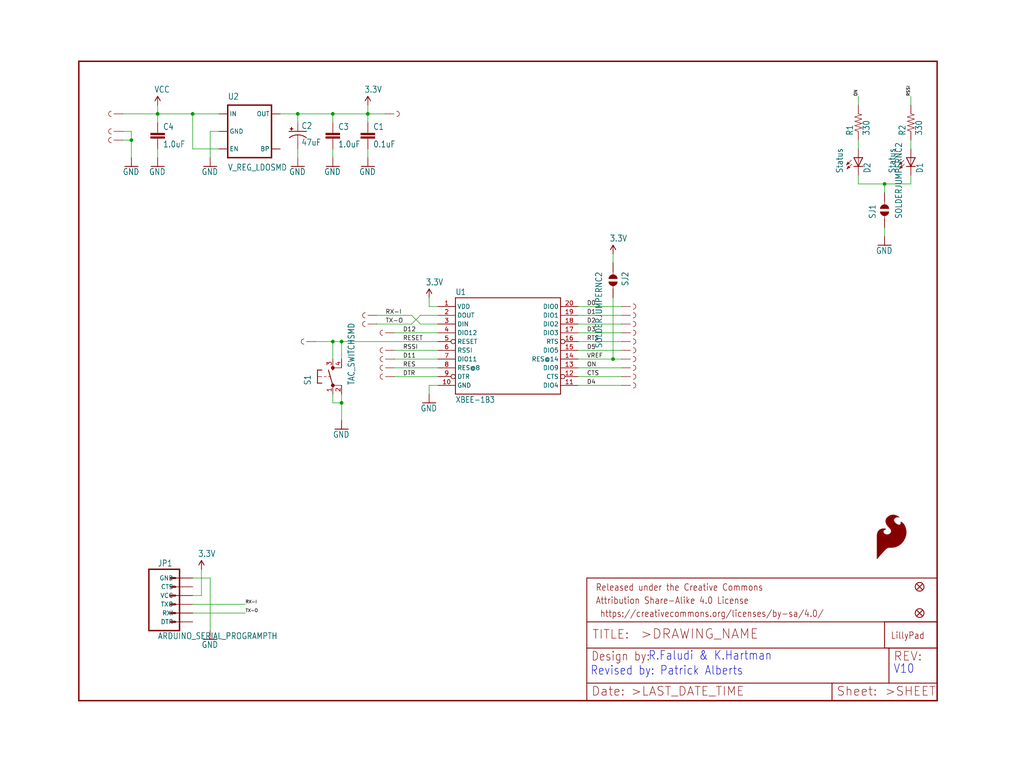
<source format=kicad_sch>
(kicad_sch (version 20211123) (generator eeschema)
  (paper "User" 297.002 223.926)
  (lib_symbols
    (symbol "eagleSchem-eagle-import:0.1UF-25V(+80{slash}-20%)(0603)"
      (property "Reference" "C" (at 1.524 2.921 0))
      (property "Value" "0.1UF-25V(+80{slash}-20%)(0603)" (at 1.524 -2.159 0))
      (symbol "0.1UF-25V(+80{slash}-20%)(0603)_1_0"
        (rectangle (start -2.032 0.508) (end 2.032 1.016) (fill (type outline)))
        (rectangle (start -2.032 1.524) (end 2.032 2.032) (fill (type outline)))
        (polyline (pts (xy 0 0) (xy 0 0.508)) (stroke (width 0.1524)))
        (polyline (pts (xy 0 2.54) (xy 0 2.032)) (stroke (width 0.1524)))
        (pin passive line (at 0 5.08 270) (length 2.54) (name "1") (number "1"))
        (pin passive line (at 0 -2.54 90) (length 2.54) (name "2") (number "2"))
      )
    )
    (symbol "eagleSchem-eagle-import:1.0UF-16V-10%(0603)"
      (property "Reference" "C" (at 1.524 2.921 0))
      (property "Value" "1.0UF-16V-10%(0603)" (at 1.524 -2.159 0))
      (symbol "1.0UF-16V-10%(0603)_1_0"
        (rectangle (start -2.032 0.508) (end 2.032 1.016) (fill (type outline)))
        (rectangle (start -2.032 1.524) (end 2.032 2.032) (fill (type outline)))
        (polyline (pts (xy 0 0) (xy 0 0.508)) (stroke (width 0.1524)))
        (polyline (pts (xy 0 2.54) (xy 0 2.032)) (stroke (width 0.1524)))
        (pin passive line (at 0 5.08 270) (length 2.54) (name "1") (number "1"))
        (pin passive line (at 0 -2.54 90) (length 2.54) (name "2") (number "2"))
      )
    )
    (symbol "eagleSchem-eagle-import:3.3V" (power)
      (property "Value" "3.3V" (at -1.016 3.556 0))
      (symbol "3.3V_1_0"
        (polyline (pts (xy 0 2.54) (xy -0.762 1.27)) (stroke (width 0.254)))
        (polyline (pts (xy 0.762 1.27) (xy 0 2.54)) (stroke (width 0.254)))
        (pin power_in line (at 0 0 90) (length 2.54) (name "3.3V") (number "1"))
      )
    )
    (symbol "eagleSchem-eagle-import:330OHM1{slash}10W1%(0603)"
      (property "Reference" "R" (at -3.81 1.4986 0))
      (property "Value" "330OHM1{slash}10W1%(0603)" (at -3.81 -3.302 0))
      (symbol "330OHM1{slash}10W1%(0603)_1_0"
        (polyline (pts (xy -2.54 0) (xy -2.159 1.016)) (stroke (width 0.1524)))
        (polyline (pts (xy -2.159 1.016) (xy -1.524 -1.016)) (stroke (width 0.1524)))
        (polyline (pts (xy -1.524 -1.016) (xy -0.889 1.016)) (stroke (width 0.1524)))
        (polyline (pts (xy -0.889 1.016) (xy -0.254 -1.016)) (stroke (width 0.1524)))
        (polyline (pts (xy -0.254 -1.016) (xy 0.381 1.016)) (stroke (width 0.1524)))
        (polyline (pts (xy 0.381 1.016) (xy 1.016 -1.016)) (stroke (width 0.1524)))
        (polyline (pts (xy 1.016 -1.016) (xy 1.651 1.016)) (stroke (width 0.1524)))
        (polyline (pts (xy 1.651 1.016) (xy 2.286 -1.016)) (stroke (width 0.1524)))
        (polyline (pts (xy 2.286 -1.016) (xy 2.54 0)) (stroke (width 0.1524)))
        (pin passive line (at -5.08 0 0) (length 2.54) (name "1") (number "1"))
        (pin passive line (at 5.08 0 180) (length 2.54) (name "2") (number "2"))
      )
    )
    (symbol "eagleSchem-eagle-import:ARDUINO_SERIAL_PROGRAMPTH"
      (property "Reference" "JP" (at -5.08 10.922 0))
      (property "Value" "ARDUINO_SERIAL_PROGRAMPTH" (at -5.08 -10.16 0))
      (symbol "ARDUINO_SERIAL_PROGRAMPTH_1_0"
        (polyline (pts (xy -7.62 10.16) (xy -7.62 -7.62)) (stroke (width 0.4064)))
        (polyline (pts (xy -7.62 10.16) (xy 1.27 10.16)) (stroke (width 0.4064)))
        (polyline (pts (xy -1.27 -5.08) (xy 0 -5.08)) (stroke (width 0.6096)))
        (polyline (pts (xy -1.27 -2.54) (xy 0 -2.54)) (stroke (width 0.6096)))
        (polyline (pts (xy -1.27 0) (xy 0 0)) (stroke (width 0.6096)))
        (polyline (pts (xy -1.27 2.54) (xy 0 2.54)) (stroke (width 0.6096)))
        (polyline (pts (xy -1.27 5.08) (xy 0 5.08)) (stroke (width 0.6096)))
        (polyline (pts (xy -1.27 7.62) (xy 0 7.62)) (stroke (width 0.6096)))
        (polyline (pts (xy 1.27 -7.62) (xy -7.62 -7.62)) (stroke (width 0.4064)))
        (polyline (pts (xy 1.27 -7.62) (xy 1.27 10.16)) (stroke (width 0.4064)))
        (pin passive line (at 5.08 -5.08 180) (length 5.08) (name "DTR") (number "1"))
        (pin passive line (at 5.08 -2.54 180) (length 5.08) (name "RXI") (number "2"))
        (pin passive line (at 5.08 0 180) (length 5.08) (name "TXO") (number "3"))
        (pin passive line (at 5.08 2.54 180) (length 5.08) (name "VCC") (number "4"))
        (pin passive line (at 5.08 5.08 180) (length 5.08) (name "CTS") (number "5"))
        (pin passive line (at 5.08 7.62 180) (length 5.08) (name "GND") (number "6"))
      )
    )
    (symbol "eagleSchem-eagle-import:CAP_POL3528"
      (property "Reference" "C" (at 1.016 0.635 0))
      (property "Value" "CAP_POL3528" (at 1.016 -4.191 0))
      (symbol "CAP_POL3528_1_0"
        (rectangle (start -2.253 0.668) (end -1.364 0.795) (fill (type outline)))
        (rectangle (start -1.872 0.287) (end -1.745 1.176) (fill (type outline)))
        (arc (start 0 -1.0161) (mid -1.3021 -1.2302) (end -2.4669 -1.8504) (stroke (width 0.254)))
        (polyline (pts (xy -2.54 0) (xy 2.54 0)) (stroke (width 0.254)))
        (polyline (pts (xy 0 -1.016) (xy 0 -2.54)) (stroke (width 0.1524)))
        (arc (start 2.4892 -1.8542) (mid 1.3158 -1.2195) (end 0 -1) (stroke (width 0.254)))
        (pin passive line (at 0 2.54 270) (length 2.54) (name "+") (number "A"))
        (pin passive line (at 0 -5.08 90) (length 2.54) (name "-") (number "C"))
      )
    )
    (symbol "eagleSchem-eagle-import:FIDUCIAL1X2"
      (symbol "FIDUCIAL1X2_1_0"
        (polyline (pts (xy -0.762 0.762) (xy 0.762 -0.762)) (stroke (width 0.254)))
        (polyline (pts (xy 0.762 0.762) (xy -0.762 -0.762)) (stroke (width 0.254)))
        (circle (center 0 0) (radius 1.27) (stroke (width 0.254)))
      )
    )
    (symbol "eagleSchem-eagle-import:FRAME-LETTER"
      (symbol "FRAME-LETTER_1_0"
        (polyline (pts (xy 0 0) (xy 248.92 0)) (stroke (width 0.4064)))
        (polyline (pts (xy 0 185.42) (xy 0 0)) (stroke (width 0.4064)))
        (polyline (pts (xy 0 185.42) (xy 248.92 185.42)) (stroke (width 0.4064)))
        (polyline (pts (xy 248.92 185.42) (xy 248.92 0)) (stroke (width 0.4064)))
      )
      (symbol "FRAME-LETTER_2_0"
        (polyline (pts (xy 0 0) (xy 0 5.08)) (stroke (width 0.254)))
        (polyline (pts (xy 0 0) (xy 71.12 0)) (stroke (width 0.254)))
        (polyline (pts (xy 0 5.08) (xy 0 15.24)) (stroke (width 0.254)))
        (polyline (pts (xy 0 5.08) (xy 71.12 5.08)) (stroke (width 0.254)))
        (polyline (pts (xy 0 15.24) (xy 0 22.86)) (stroke (width 0.254)))
        (polyline (pts (xy 0 22.86) (xy 0 35.56)) (stroke (width 0.254)))
        (polyline (pts (xy 0 22.86) (xy 101.6 22.86)) (stroke (width 0.254)))
        (polyline (pts (xy 71.12 0) (xy 101.6 0)) (stroke (width 0.254)))
        (polyline (pts (xy 71.12 5.08) (xy 71.12 0)) (stroke (width 0.254)))
        (polyline (pts (xy 71.12 5.08) (xy 87.63 5.08)) (stroke (width 0.254)))
        (polyline (pts (xy 87.63 5.08) (xy 101.6 5.08)) (stroke (width 0.254)))
        (polyline (pts (xy 87.63 15.24) (xy 0 15.24)) (stroke (width 0.254)))
        (polyline (pts (xy 87.63 15.24) (xy 87.63 5.08)) (stroke (width 0.254)))
        (polyline (pts (xy 101.6 5.08) (xy 101.6 0)) (stroke (width 0.254)))
        (polyline (pts (xy 101.6 15.24) (xy 87.63 15.24)) (stroke (width 0.254)))
        (polyline (pts (xy 101.6 15.24) (xy 101.6 5.08)) (stroke (width 0.254)))
        (polyline (pts (xy 101.6 22.86) (xy 101.6 15.24)) (stroke (width 0.254)))
        (polyline (pts (xy 101.6 35.56) (xy 0 35.56)) (stroke (width 0.254)))
        (polyline (pts (xy 101.6 35.56) (xy 101.6 22.86)) (stroke (width 0.254)))
        (text " https://creativecommons.org/licenses/by-sa/4.0/" (at 2.54 24.13 0) (effects (font (size 1.9304 1.6408)) (justify left bottom)))
        (text ">DRAWING_NAME" (at 15.494 17.78 0) (effects (font (size 2.7432 2.7432)) (justify left bottom)))
        (text ">LAST_DATE_TIME" (at 12.7 1.27 0) (effects (font (size 2.54 2.54)) (justify left bottom)))
        (text ">SHEET" (at 86.36 1.27 0) (effects (font (size 2.54 2.54)) (justify left bottom)))
        (text "Attribution Share-Alike 4.0 License" (at 2.54 27.94 0) (effects (font (size 1.9304 1.6408)) (justify left bottom)))
        (text "Date:" (at 1.27 1.27 0) (effects (font (size 2.54 2.54)) (justify left bottom)))
        (text "Design by:" (at 1.27 11.43 0) (effects (font (size 2.54 2.159)) (justify left bottom)))
        (text "Released under the Creative Commons" (at 2.54 31.75 0) (effects (font (size 1.9304 1.6408)) (justify left bottom)))
        (text "REV:" (at 88.9 11.43 0) (effects (font (size 2.54 2.54)) (justify left bottom)))
        (text "Sheet:" (at 72.39 1.27 0) (effects (font (size 2.54 2.54)) (justify left bottom)))
        (text "TITLE:" (at 1.524 17.78 0) (effects (font (size 2.54 2.54)) (justify left bottom)))
      )
    )
    (symbol "eagleSchem-eagle-import:GND" (power)
      (property "Value" "GND" (at -2.54 -2.54 0))
      (symbol "GND_1_0"
        (polyline (pts (xy -1.905 0) (xy 1.905 0)) (stroke (width 0.254)))
        (pin power_in line (at 0 2.54 270) (length 2.54) (name "GND") (number "1"))
      )
    )
    (symbol "eagleSchem-eagle-import:LED-GREEN0603"
      (property "Reference" "D" (at 3.556 -4.572 90))
      (property "Value" "LED-GREEN0603" (at 5.715 -4.572 90))
      (symbol "LED-GREEN0603_1_0"
        (polyline (pts (xy -2.032 -0.762) (xy -3.429 -2.159)) (stroke (width 0.1524)))
        (polyline (pts (xy -1.905 -1.905) (xy -3.302 -3.302)) (stroke (width 0.1524)))
        (polyline (pts (xy 0 -2.54) (xy -1.27 -2.54)) (stroke (width 0.254)))
        (polyline (pts (xy 0 -2.54) (xy -1.27 0)) (stroke (width 0.254)))
        (polyline (pts (xy 0 0) (xy -1.27 0)) (stroke (width 0.254)))
        (polyline (pts (xy 0 0) (xy 0 -2.54)) (stroke (width 0.1524)))
        (polyline (pts (xy 1.27 -2.54) (xy 0 -2.54)) (stroke (width 0.254)))
        (polyline (pts (xy 1.27 0) (xy 0 -2.54)) (stroke (width 0.254)))
        (polyline (pts (xy 1.27 0) (xy 0 0)) (stroke (width 0.254)))
        (polyline (pts (xy -3.429 -2.159) (xy -3.048 -1.27) (xy -2.54 -1.778)) (fill (type outline)))
        (polyline (pts (xy -3.302 -3.302) (xy -2.921 -2.413) (xy -2.413 -2.921)) (fill (type outline)))
        (pin passive line (at 0 2.54 270) (length 2.54) (name "A") (number "A"))
        (pin passive line (at 0 -5.08 90) (length 2.54) (name "C") (number "C"))
      )
    )
    (symbol "eagleSchem-eagle-import:LED-RED0603"
      (property "Reference" "D" (at 3.556 -4.572 90))
      (property "Value" "LED-RED0603" (at 5.715 -4.572 90))
      (symbol "LED-RED0603_1_0"
        (polyline (pts (xy -2.032 -0.762) (xy -3.429 -2.159)) (stroke (width 0.1524)))
        (polyline (pts (xy -1.905 -1.905) (xy -3.302 -3.302)) (stroke (width 0.1524)))
        (polyline (pts (xy 0 -2.54) (xy -1.27 -2.54)) (stroke (width 0.254)))
        (polyline (pts (xy 0 -2.54) (xy -1.27 0)) (stroke (width 0.254)))
        (polyline (pts (xy 0 0) (xy -1.27 0)) (stroke (width 0.254)))
        (polyline (pts (xy 0 0) (xy 0 -2.54)) (stroke (width 0.1524)))
        (polyline (pts (xy 1.27 -2.54) (xy 0 -2.54)) (stroke (width 0.254)))
        (polyline (pts (xy 1.27 0) (xy 0 -2.54)) (stroke (width 0.254)))
        (polyline (pts (xy 1.27 0) (xy 0 0)) (stroke (width 0.254)))
        (polyline (pts (xy -3.429 -2.159) (xy -3.048 -1.27) (xy -2.54 -1.778)) (fill (type outline)))
        (polyline (pts (xy -3.302 -3.302) (xy -2.921 -2.413) (xy -2.413 -2.921)) (fill (type outline)))
        (pin passive line (at 0 2.54 270) (length 2.54) (name "A") (number "A"))
        (pin passive line (at 0 -5.08 90) (length 2.54) (name "C") (number "C"))
      )
    )
    (symbol "eagleSchem-eagle-import:LOGO-LPLP"
      (symbol "LOGO-LPLP_1_0"
        (polyline (pts (xy -2.54 -2.54) (xy 12.7 -2.54)) (stroke (width 0.254)))
        (polyline (pts (xy -2.54 5.08) (xy -2.54 -2.54)) (stroke (width 0.254)))
        (polyline (pts (xy 12.7 -2.54) (xy 12.7 5.08)) (stroke (width 0.254)))
        (polyline (pts (xy 12.7 5.08) (xy -2.54 5.08)) (stroke (width 0.254)))
        (text "LillyPad" (at -0.762 0 0) (effects (font (size 1.9304 1.6408)) (justify left bottom)))
      )
    )
    (symbol "eagleSchem-eagle-import:SEWTAP9"
      (symbol "SEWTAP9_1_0"
        (polyline (pts (xy 0 0) (xy -2.54 0)) (stroke (width 0.1524)))
        (arc (start 0.762 -0.762) (mid 1.524 0) (end 0.762 0.762) (stroke (width 0.1524)))
        (pin bidirectional line (at -2.54 0 180) (length 0) (name "1") (number "1"))
      )
    )
    (symbol "eagleSchem-eagle-import:SFE_LOGO_FLAME.1COP"
      (symbol "SFE_LOGO_FLAME.1COP_1_0"
        (polyline (pts (xy 7.28 11.18) (xy 7.28 11.15) (xy 7.29 11.06) (xy 7.3 10.94) (xy 7.29 10.79) (xy 7.25 10.64) (xy 7.18 10.49) (xy 7.06 10.38) (xy 6.88 10.31) (xy 6.72 10.31) (xy 6.54 10.35) (xy 6.35 10.41) (xy 6.16 10.5) (xy 5.97 10.62) (xy 5.8 10.75) (xy 5.64 10.89) (xy 5.5 11.04) (xy 5.37 11.22) (xy 5.28 11.39) (xy 5.23 11.55) (xy 5.21 11.7) (xy 5.23 11.85) (xy 5.28 11.99) (xy 5.36 12.13) (xy 5.46 12.26) (xy 5.65 12.42) (xy 5.86 12.52) (xy 6.07 12.58) (xy 6.27 12.61) (xy 6.45 12.61) (xy 6.6 12.59) (xy 6.7 12.58) (xy 6.73 12.58) (xy 6.67 12.63) (xy 6.48 12.76) (xy 6.19 12.93) (xy 5.81 13.09) (xy 5.35 13.2) (xy 4.85 13.22) (xy 4.3 13.1) (xy 3.73 12.81) (xy 3.3 12.44) (xy 3.02 12.05) (xy 2.89 11.64) (xy 2.89 11.21) (xy 3.01 10.77) (xy 3.24 10.34) (xy 3.57 9.9) (xy 3.99 9.48) (xy 4.32 9.1) (xy 4.48 8.72) (xy 4.49 8.37) (xy 4.38 8.06) (xy 4.16 7.8) (xy 3.87 7.61) (xy 3.5 7.51) (xy 3.1 7.51) (xy 2.83 7.57) (xy 2.61 7.67) (xy 2.43 7.8) (xy 2.3 7.95) (xy 2.2 8.11) (xy 2.16 8.28) (xy 2.16 8.44) (xy 2.2 8.6) (xy 2.28 8.71) (xy 2.38 8.82) (xy 2.5 8.9) (xy 2.62 8.98) (xy 2.73 9.04) (xy 2.82 9.08) (xy 2.89 9.11) (xy 2.91 9.12) (xy 2.88 9.14) (xy 2.8 9.16) (xy 2.67 9.19) (xy 2.5 9.22) (xy 2.3 9.24) (xy 2.07 9.22) (xy 1.81 9.18) (xy 1.54 9.1) (xy 1.29 8.99) (xy 1.07 8.85) (xy 0.86 8.66) (xy 0.68 8.43) (xy 0.54 8.15) (xy 0.43 7.8) (xy 0.37 7.4) (xy 0.36 6.92) (xy 0.36 6.12) (xy 0.36 5.31) (xy 0.36 4.51) (xy 0.36 3.71) (xy 0.36 2.91) (xy 0.36 2.11) (xy 0.36 1.31) (xy 0.36 0.51) (xy 0.4 0.55) (xy 0.49 0.66) (xy 0.63 0.82) (xy 0.81 1.04) (xy 1.03 1.3) (xy 1.29 1.59) (xy 1.57 1.9) (xy 1.86 2.23) (xy 2.18 2.58) (xy 2.47 2.89) (xy 2.73 3.17) (xy 2.98 3.4) (xy 3.24 3.58) (xy 3.5 3.71) (xy 3.79 3.78) (xy 4.12 3.78) (xy 4.76 3.78) (xy 5.35 3.86) (xy 5.9 4.01) (xy 6.41 4.23) (xy 6.88 4.52) (xy 7.3 4.86) (xy 7.68 5.26) (xy 8.03 5.71) (xy 8.11 5.83) (xy 8.52 6.63) (xy 8.77 7.54) (xy 8.82 8.42) (xy 8.69 9.23) (xy 8.44 9.94) (xy 8.1 10.53) (xy 7.69 10.96) (xy 7.27 11.2)) (fill (type outline)))
      )
    )
    (symbol "eagleSchem-eagle-import:SOLDERJUMPERNC2"
      (property "Reference" "SJ" (at -2.54 2.54 0))
      (property "Value" "SOLDERJUMPERNC2" (at -2.54 -5.08 0))
      (symbol "SOLDERJUMPERNC2_1_0"
        (arc (start -0.381 1.2699) (mid -1.6508 0) (end -0.381 -1.2699) (stroke (width 0.0001)) (fill (type outline)))
        (polyline (pts (xy -2.54 0) (xy -1.651 0)) (stroke (width 0.1524)))
        (polyline (pts (xy 2.54 0) (xy 1.651 0)) (stroke (width 0.1524)))
        (arc (start 0.381 -1.2699) (mid 1.6508 0) (end 0.381 1.2699) (stroke (width 0.0001)) (fill (type outline)))
        (pin passive line (at -5.08 0 0) (length 2.54) (name "1") (number "1"))
        (pin passive line (at 5.08 0 180) (length 2.54) (name "2") (number "2"))
      )
    )
    (symbol "eagleSchem-eagle-import:TAC_SWITCHSMD"
      (property "Reference" "S" (at -2.54 6.35 0))
      (property "Value" "TAC_SWITCHSMD" (at -2.54 -6.35 0))
      (symbol "TAC_SWITCHSMD_1_0"
        (circle (center -2.54 0) (radius 0.127) (stroke (width 0.4064)))
        (polyline (pts (xy -2.54 -2.54) (xy -2.54 0)) (stroke (width 0.1524)))
        (polyline (pts (xy -2.54 0) (xy 1.905 1.27)) (stroke (width 0.254)))
        (polyline (pts (xy -1.905 4.445) (xy -1.905 3.175)) (stroke (width 0.254)))
        (polyline (pts (xy 0 1.27) (xy 0 0.635)) (stroke (width 0.1524)))
        (polyline (pts (xy 0 2.54) (xy 0 1.905)) (stroke (width 0.1524)))
        (polyline (pts (xy 0 4.445) (xy -1.905 4.445)) (stroke (width 0.254)))
        (polyline (pts (xy 0 4.445) (xy 0 3.175)) (stroke (width 0.1524)))
        (polyline (pts (xy 1.905 0) (xy 2.54 0)) (stroke (width 0.254)))
        (polyline (pts (xy 1.905 4.445) (xy 0 4.445)) (stroke (width 0.254)))
        (polyline (pts (xy 1.905 4.445) (xy 1.905 3.175)) (stroke (width 0.254)))
        (polyline (pts (xy 2.54 -2.54) (xy 2.54 0)) (stroke (width 0.1524)))
        (circle (center 2.54 0) (radius 0.127) (stroke (width 0.4064)))
        (pin passive line (at -5.08 0 0) (length 2.54) (name "1") (number "1"))
        (pin passive line (at -5.08 -2.54 0) (length 2.54) (name "2") (number "2"))
        (pin passive line (at 5.08 0 180) (length 2.54) (name "3") (number "3"))
        (pin passive line (at 5.08 -2.54 180) (length 2.54) (name "4") (number "4"))
      )
    )
    (symbol "eagleSchem-eagle-import:VCC" (power)
      (property "Value" "VCC" (at -1.016 3.556 0))
      (symbol "VCC_1_0"
        (polyline (pts (xy 0 2.54) (xy -0.762 1.27)) (stroke (width 0.254)))
        (polyline (pts (xy 0.762 1.27) (xy 0 2.54)) (stroke (width 0.254)))
        (pin power_in line (at 0 0 90) (length 2.54) (name "VCC") (number "1"))
      )
    )
    (symbol "eagleSchem-eagle-import:V_REG_LDOSMD"
      (property "Value" "V_REG_LDOSMD" (at -7.62 -11.43 0))
      (symbol "V_REG_LDOSMD_1_0"
        (polyline (pts (xy -7.62 -7.62) (xy 5.08 -7.62)) (stroke (width 0.4064)))
        (polyline (pts (xy -7.62 7.62) (xy -7.62 -7.62)) (stroke (width 0.4064)))
        (polyline (pts (xy 5.08 -7.62) (xy 5.08 7.62)) (stroke (width 0.4064)))
        (polyline (pts (xy 5.08 7.62) (xy -7.62 7.62)) (stroke (width 0.4064)))
        (pin input line (at -10.16 5.08 0) (length 2.54) (name "IN") (number "1"))
        (pin input line (at -10.16 0 0) (length 2.54) (name "GND") (number "2"))
        (pin input line (at -10.16 -5.08 0) (length 2.54) (name "EN") (number "3"))
        (pin input line (at 7.62 -5.08 180) (length 2.54) (name "BP") (number "4"))
        (pin passive line (at 7.62 5.08 180) (length 2.54) (name "OUT") (number "5"))
      )
    )
    (symbol "eagleSchem-eagle-import:XBEE-1B3"
      (property "Value" "XBEE-1B3" (at -15.24 -17.78 0))
      (symbol "XBEE-1B3_1_0"
        (polyline (pts (xy -15.24 -15.24) (xy -15.24 12.7)) (stroke (width 0.254)))
        (polyline (pts (xy -15.24 12.7) (xy 15.24 12.7)) (stroke (width 0.254)))
        (polyline (pts (xy 15.24 -15.24) (xy -15.24 -15.24)) (stroke (width 0.254)))
        (polyline (pts (xy 15.24 12.7) (xy 15.24 -15.24)) (stroke (width 0.254)))
        (pin power_in line (at -20.32 10.16 0) (length 5.08) (name "VDD") (number "1"))
        (pin power_in line (at -20.32 -12.7 0) (length 5.08) (name "GND") (number "10"))
        (pin bidirectional line (at 20.32 -12.7 180) (length 5.08) (name "DIO4") (number "11"))
        (pin output inverted (at 20.32 -10.16 180) (length 5.08) (name "CTS") (number "12"))
        (pin bidirectional line (at 20.32 -7.62 180) (length 5.08) (name "DIO9") (number "13"))
        (pin bidirectional line (at 20.32 -5.08 180) (length 5.08) (name "RES@14") (number "14"))
        (pin bidirectional line (at 20.32 -2.54 180) (length 5.08) (name "DIO5") (number "15"))
        (pin input inverted (at 20.32 0 180) (length 5.08) (name "RTS") (number "16"))
        (pin bidirectional line (at 20.32 2.54 180) (length 5.08) (name "DIO3") (number "17"))
        (pin bidirectional line (at 20.32 5.08 180) (length 5.08) (name "DIO2") (number "18"))
        (pin bidirectional line (at 20.32 7.62 180) (length 5.08) (name "DIO1") (number "19"))
        (pin output line (at -20.32 7.62 0) (length 5.08) (name "DOUT") (number "2"))
        (pin bidirectional line (at 20.32 10.16 180) (length 5.08) (name "DIO0") (number "20"))
        (pin input line (at -20.32 5.08 0) (length 5.08) (name "DIN") (number "3"))
        (pin bidirectional line (at -20.32 2.54 0) (length 5.08) (name "DIO12") (number "4"))
        (pin input inverted (at -20.32 0 0) (length 5.08) (name "RESET") (number "5"))
        (pin bidirectional line (at -20.32 -2.54 0) (length 5.08) (name "RSSI") (number "6"))
        (pin bidirectional line (at -20.32 -5.08 0) (length 5.08) (name "DIO11") (number "7"))
        (pin bidirectional line (at -20.32 -7.62 0) (length 5.08) (name "RES@8") (number "8"))
        (pin bidirectional inverted (at -20.32 -10.16 0) (length 5.08) (name "DTR") (number "9"))
      )
    )
  )
  (junction (at 55.88 33.02))
  (junction (at 99.06 99.06))
  (junction (at 96.52 33.02))
  (junction (at 256.54 53.34))
  (junction (at 106.68 33.02))
  (junction (at 99.06 116.84))
  (junction (at 96.52 99.06))
  (junction (at 45.72 33.02))
  (junction (at 86.36 33.02))
  (junction (at 38.1 40.64))
  (junction (at 177.8 104.14))
  (wire (pts (xy 264.16 30.48) (xy 264.16 27.94)))
  (wire (pts (xy 180.34 106.68) (xy 167.64 106.68)))
  (wire (pts (xy 114.3 109.22) (xy 127 109.22)))
  (wire (pts (xy 96.52 99.06) (xy 99.06 99.06)))
  (wire (pts (xy 248.92 50.8) (xy 248.92 53.34)))
  (wire (pts (xy 248.92 30.48) (xy 248.92 27.94)))
  (wire (pts (xy 121.92 91.44) (xy 119.38 93.98)))
  (wire (pts (xy 86.36 33.02) (xy 96.52 33.02)))
  (wire (pts (xy 96.52 104.14) (xy 96.52 99.06)))
  (wire (pts (xy 55.88 33.02) (xy 45.72 33.02)))
  (wire (pts (xy 45.72 45.72) (xy 45.72 43.18)))
  (wire (pts (xy 55.88 43.18) (xy 55.88 33.02)))
  (wire (pts (xy 106.68 30.48) (xy 106.68 33.02)))
  (wire (pts (xy 60.96 38.1) (xy 60.96 45.72)))
  (wire (pts (xy 35.56 33.02) (xy 45.72 33.02)))
  (wire (pts (xy 264.16 53.34) (xy 256.54 53.34)))
  (wire (pts (xy 106.68 33.02) (xy 106.68 35.56)))
  (wire (pts (xy 55.88 177.8) (xy 71.12 177.8)))
  (wire (pts (xy 180.34 104.14) (xy 177.8 104.14)))
  (wire (pts (xy 55.88 167.64) (xy 60.96 167.64)))
  (wire (pts (xy 121.92 93.98) (xy 119.38 91.44)))
  (wire (pts (xy 248.92 40.64) (xy 248.92 43.18)))
  (wire (pts (xy 177.8 73.66) (xy 177.8 76.2)))
  (wire (pts (xy 55.88 172.72) (xy 58.42 172.72)))
  (wire (pts (xy 96.52 114.3) (xy 96.52 116.84)))
  (wire (pts (xy 127 111.76) (xy 124.46 111.76)))
  (wire (pts (xy 86.36 45.72) (xy 86.36 43.18)))
  (wire (pts (xy 63.5 38.1) (xy 60.96 38.1)))
  (wire (pts (xy 45.72 33.02) (xy 45.72 35.56)))
  (wire (pts (xy 45.72 30.48) (xy 45.72 33.02)))
  (wire (pts (xy 96.52 33.02) (xy 106.68 33.02)))
  (wire (pts (xy 91.44 99.06) (xy 96.52 99.06)))
  (wire (pts (xy 180.34 88.9) (xy 167.64 88.9)))
  (wire (pts (xy 35.56 38.1) (xy 38.1 38.1)))
  (wire (pts (xy 99.06 99.06) (xy 127 99.06)))
  (wire (pts (xy 256.54 53.34) (xy 256.54 55.88)))
  (wire (pts (xy 111.76 33.02) (xy 106.68 33.02)))
  (wire (pts (xy 63.5 43.18) (xy 55.88 43.18)))
  (wire (pts (xy 177.8 104.14) (xy 177.8 86.36)))
  (wire (pts (xy 114.3 96.52) (xy 127 96.52)))
  (wire (pts (xy 180.34 93.98) (xy 167.64 93.98)))
  (wire (pts (xy 119.38 93.98) (xy 109.22 93.98)))
  (wire (pts (xy 119.38 91.44) (xy 109.22 91.44)))
  (wire (pts (xy 180.34 96.52) (xy 167.64 96.52)))
  (wire (pts (xy 38.1 45.72) (xy 38.1 40.64)))
  (wire (pts (xy 58.42 172.72) (xy 58.42 165.1)))
  (wire (pts (xy 106.68 45.72) (xy 106.68 43.18)))
  (wire (pts (xy 124.46 88.9) (xy 124.46 86.36)))
  (wire (pts (xy 99.06 116.84) (xy 99.06 121.92)))
  (wire (pts (xy 114.3 104.14) (xy 127 104.14)))
  (wire (pts (xy 96.52 116.84) (xy 99.06 116.84)))
  (wire (pts (xy 114.3 101.6) (xy 127 101.6)))
  (wire (pts (xy 177.8 104.14) (xy 167.64 104.14)))
  (wire (pts (xy 127 88.9) (xy 124.46 88.9)))
  (wire (pts (xy 180.34 99.06) (xy 167.64 99.06)))
  (wire (pts (xy 86.36 33.02) (xy 86.36 35.56)))
  (wire (pts (xy 264.16 50.8) (xy 264.16 53.34)))
  (wire (pts (xy 127 93.98) (xy 121.92 93.98)))
  (wire (pts (xy 180.34 91.44) (xy 167.64 91.44)))
  (wire (pts (xy 55.88 175.26) (xy 71.12 175.26)))
  (wire (pts (xy 63.5 33.02) (xy 55.88 33.02)))
  (wire (pts (xy 180.34 101.6) (xy 167.64 101.6)))
  (wire (pts (xy 124.46 111.76) (xy 124.46 114.3)))
  (wire (pts (xy 38.1 40.64) (xy 38.1 38.1)))
  (wire (pts (xy 96.52 33.02) (xy 96.52 35.56)))
  (wire (pts (xy 114.3 106.68) (xy 127 106.68)))
  (wire (pts (xy 35.56 40.64) (xy 38.1 40.64)))
  (wire (pts (xy 264.16 40.64) (xy 264.16 43.18)))
  (wire (pts (xy 248.92 53.34) (xy 256.54 53.34)))
  (wire (pts (xy 96.52 45.72) (xy 96.52 43.18)))
  (wire (pts (xy 99.06 116.84) (xy 99.06 114.3)))
  (wire (pts (xy 99.06 104.14) (xy 99.06 99.06)))
  (wire (pts (xy 60.96 167.64) (xy 60.96 182.88)))
  (wire (pts (xy 256.54 68.58) (xy 256.54 66.04)))
  (wire (pts (xy 81.28 33.02) (xy 86.36 33.02)))
  (wire (pts (xy 180.34 111.76) (xy 167.64 111.76)))
  (wire (pts (xy 127 91.44) (xy 121.92 91.44)))
  (wire (pts (xy 180.34 109.22) (xy 167.64 109.22)))
  (text "V10" (at 259.08 195.58 180) (effects (font (size 2.54 2.159)) (justify left bottom)))
  (text "Revised by: Patrick Alberts" (at 171.196 196.088 180) (effects (font (size 2.54 2.159)) (justify left bottom)))
  (text "R.Faludi & K.Hartman" (at 187.96 191.77 180) (effects (font (size 2.54 2.159)) (justify left bottom)))
  (label "TX-O" (at 111.76 93.98 0) (effects (font (size 1.2446 1.2446))))
  (label "DTR" (at 116.84 109.22 0) (effects (font (size 1.2446 1.2446))))
  (label "D5" (at 170.18 101.6 0) (effects (font (size 1.2446 1.2446))))
  (label "RTS" (at 170.18 99.06 0) (effects (font (size 1.2446 1.2446))))
  (label "D11" (at 116.84 104.14 0) (effects (font (size 1.2446 1.2446))))
  (label "VREF" (at 170.18 104.14 0) (effects (font (size 1.2446 1.2446))))
  (label "D3" (at 170.18 96.52 0) (effects (font (size 1.2446 1.2446))))
  (label "CTS" (at 170.18 109.22 0) (effects (font (size 1.2446 1.2446))))
  (label "D4" (at 170.18 111.76 0) (effects (font (size 1.2446 1.2446))))
  (label "RSSI" (at 264.16 27.94 90) (effects (font (size 0.889 0.889))))
  (label "D12" (at 116.84 96.52 0) (effects (font (size 1.2446 1.2446))))
  (label "RX-I" (at 71.12 175.26 0) (effects (font (size 0.889 0.889))))
  (label "RX-I" (at 111.76 91.44 0) (effects (font (size 1.2446 1.2446))))
  (label "ON" (at 248.92 27.94 90) (effects (font (size 0.889 0.889))))
  (label "D2" (at 170.18 93.98 0) (effects (font (size 1.2446 1.2446))))
  (label "RSSI" (at 116.84 101.6 0) (effects (font (size 1.2446 1.2446))))
  (label "RES" (at 116.84 106.68 0) (effects (font (size 1.2446 1.2446))))
  (label "TX-O" (at 71.12 177.8 0) (effects (font (size 0.889 0.889))))
  (label "RESET" (at 116.84 99.06 0) (effects (font (size 1.2446 1.2446))))
  (label "D1" (at 170.18 91.44 0) (effects (font (size 1.2446 1.2446))))
  (label "ON" (at 170.18 106.68 0) (effects (font (size 1.2446 1.2446))))
  (label "D0" (at 170.18 88.9 0) (effects (font (size 1.2446 1.2446))))
  (symbol (lib_id "eagleSchem-eagle-import:1.0UF-16V-10%(0603)") (at 96.52 40.64 0) (unit 1)
    (property "Reference" "C3" (at 98.044 37.719 0) (effects (font (size 1.778 1.5113)) (justify left bottom)))
    (property "Value" "1.0uF" (at 98.044 42.799 0) (effects (font (size 1.778 1.5113)) (justify left bottom)))
    (property "Footprint" "eagleSchem:0603-CAP" (effects hide))
  )
  (symbol (lib_id "eagleSchem-eagle-import:SEWTAP9") (at 182.88 106.68 0) (unit 1)
    (property "Reference" "U$39" (effects hide))
    (property "Value" "SEWTAP9" (effects hide))
    (property "Footprint" "eagleSchem:PETAL-LONG-1-2SIDE" (effects hide))
  )
  (symbol (lib_id "eagleSchem-eagle-import:SOLDERJUMPERNC2") (at 177.8 81.28 270) (unit 1)
    (property "Reference" "SJ2" (at 180.34 78.74 0) (effects (font (size 1.778 1.5113)) (justify left bottom)))
    (property "Value" "SOLDERJUMPERNC2" (at 172.72 78.74 0) (effects (font (size 1.778 1.5113)) (justify left bottom)))
    (property "Footprint" "eagleSchem:SJ_2S-NOTRACE" (effects hide))
  )
  (symbol (lib_id "eagleSchem-eagle-import:SEWTAP9") (at 111.76 101.6 180) (unit 1)
    (property "Reference" "U$51" (effects hide))
    (property "Value" "SEWTAP9" (effects hide))
    (property "Footprint" "eagleSchem:PETAL-LONG-1-2SIDE" (effects hide))
  )
  (symbol (lib_id "eagleSchem-eagle-import:XBEE-1B3") (at 147.32 99.06 0) (unit 1)
    (property "Reference" "U1" (at 132.08 85.598 0) (effects (font (size 1.6764 1.4249)) (justify left bottom)))
    (property "Value" "XBEE-1B3" (at 132.08 116.84 0) (effects (font (size 1.6764 1.4249)) (justify left bottom)))
    (property "Footprint" "eagleSchem:XBEE-SMD" (effects hide))
  )
  (symbol (lib_id "eagleSchem-eagle-import:SOLDERJUMPERNC2") (at 256.54 60.96 90) (unit 1)
    (property "Reference" "SJ1" (at 254 63.5 0) (effects (font (size 1.778 1.5113)) (justify left bottom)))
    (property "Value" "SOLDERJUMPERNC2" (at 261.62 63.5 0) (effects (font (size 1.778 1.5113)) (justify left bottom)))
    (property "Footprint" "eagleSchem:SJ_2S-NOTRACE" (effects hide))
  )
  (symbol (lib_id "eagleSchem-eagle-import:SEWTAP9") (at 88.9 99.06 180) (unit 1)
    (property "Reference" "GND0" (effects hide))
    (property "Value" "SEWTAP9" (effects hide))
    (property "Footprint" "eagleSchem:PETAL-LONG-1-2SIDE" (effects hide))
  )
  (symbol (lib_id "eagleSchem-eagle-import:SEWTAP9") (at 182.88 101.6 0) (unit 1)
    (property "Reference" "U$4" (effects hide))
    (property "Value" "SEWTAP9" (effects hide))
    (property "Footprint" "eagleSchem:PETAL-LONG-1-2SIDE" (effects hide))
  )
  (symbol (lib_id "eagleSchem-eagle-import:SEWTAP9") (at 111.76 96.52 180) (unit 1)
    (property "Reference" "U$43" (effects hide))
    (property "Value" "SEWTAP9" (effects hide))
    (property "Footprint" "eagleSchem:PETAL-LONG-1-2SIDE" (effects hide))
  )
  (symbol (lib_id "eagleSchem-eagle-import:SEWTAP9") (at 182.88 93.98 0) (unit 1)
    (property "Reference" "U$32" (effects hide))
    (property "Value" "SEWTAP9" (effects hide))
    (property "Footprint" "eagleSchem:PETAL-LONG-1-2SIDE" (effects hide))
  )
  (symbol (lib_id "eagleSchem-eagle-import:VCC") (at 45.72 30.48 0) (unit 1)
    (property "Reference" "#P+2" (effects hide))
    (property "Value" "VCC" (at 44.704 26.924 0) (effects (font (size 1.778 1.5113)) (justify left bottom)))
    (property "Footprint" "eagleSchem:" (effects hide))
  )
  (symbol (lib_id "eagleSchem-eagle-import:SEWTAP9") (at 182.88 111.76 0) (unit 1)
    (property "Reference" "U$37" (effects hide))
    (property "Value" "SEWTAP9" (effects hide))
    (property "Footprint" "eagleSchem:PETAL-LONG-1-2SIDE" (effects hide))
  )
  (symbol (lib_id "eagleSchem-eagle-import:3.3V") (at 106.68 30.48 0) (unit 1)
    (property "Reference" "#P+3" (effects hide))
    (property "Value" "3.3V" (at 105.664 26.924 0) (effects (font (size 1.778 1.5113)) (justify left bottom)))
    (property "Footprint" "eagleSchem:" (effects hide))
  )
  (symbol (lib_id "eagleSchem-eagle-import:SEWTAP9") (at 182.88 99.06 0) (unit 1)
    (property "Reference" "U$30" (effects hide))
    (property "Value" "SEWTAP9" (effects hide))
    (property "Footprint" "eagleSchem:PETAL-LONG-1-2SIDE" (effects hide))
  )
  (symbol (lib_id "eagleSchem-eagle-import:SEWTAP9") (at 182.88 96.52 0) (unit 1)
    (property "Reference" "U$31" (effects hide))
    (property "Value" "SEWTAP9" (effects hide))
    (property "Footprint" "eagleSchem:PETAL-LONG-1-2SIDE" (effects hide))
  )
  (symbol (lib_id "eagleSchem-eagle-import:GND") (at 124.46 116.84 0) (unit 1)
    (property "Reference" "#GND8" (effects hide))
    (property "Value" "GND" (at 121.92 119.38 0) (effects (font (size 1.778 1.5113)) (justify left bottom)))
    (property "Footprint" "eagleSchem:" (effects hide))
  )
  (symbol (lib_id "eagleSchem-eagle-import:0.1UF-25V(+80{slash}-20%)(0603)") (at 106.68 40.64 0) (unit 1)
    (property "Reference" "C1" (at 108.204 37.719 0) (effects (font (size 1.778 1.5113)) (justify left bottom)))
    (property "Value" "0.1uF" (at 108.204 42.799 0) (effects (font (size 1.778 1.5113)) (justify left bottom)))
    (property "Footprint" "eagleSchem:0603-CAP" (effects hide))
  )
  (symbol (lib_id "eagleSchem-eagle-import:SEWTAP9") (at 111.76 106.68 180) (unit 1)
    (property "Reference" "U$41" (effects hide))
    (property "Value" "SEWTAP9" (effects hide))
    (property "Footprint" "eagleSchem:PETAL-LONG-1-2SIDE" (effects hide))
  )
  (symbol (lib_id "eagleSchem-eagle-import:FIDUCIAL1X2") (at 266.7 177.8 0) (unit 1)
    (property "Reference" "FID2" (effects hide))
    (property "Value" "FIDUCIAL1X2" (effects hide))
    (property "Footprint" "eagleSchem:FIDUCIAL-1X2" (effects hide))
  )
  (symbol (lib_id "eagleSchem-eagle-import:SEWTAP9") (at 33.02 40.64 180) (unit 1)
    (property "Reference" "U$46" (effects hide))
    (property "Value" "SEWTAP9" (effects hide))
    (property "Footprint" "eagleSchem:PETAL-LONG-1-2SIDE" (effects hide))
  )
  (symbol (lib_id "eagleSchem-eagle-import:GND") (at 86.36 48.26 0) (unit 1)
    (property "Reference" "#GND4" (effects hide))
    (property "Value" "GND" (at 83.82 50.8 0) (effects (font (size 1.778 1.5113)) (justify left bottom)))
    (property "Footprint" "eagleSchem:" (effects hide))
  )
  (symbol (lib_id "eagleSchem-eagle-import:SEWTAP9") (at 106.68 93.98 180) (unit 1)
    (property "Reference" "U$44" (effects hide))
    (property "Value" "SEWTAP9" (effects hide))
    (property "Footprint" "eagleSchem:PETAL-LONG-1-2SIDE" (effects hide))
  )
  (symbol (lib_id "eagleSchem-eagle-import:1.0UF-16V-10%(0603)") (at 45.72 40.64 0) (unit 1)
    (property "Reference" "C4" (at 47.244 37.719 0) (effects (font (size 1.778 1.5113)) (justify left bottom)))
    (property "Value" "1.0uF" (at 47.244 42.799 0) (effects (font (size 1.778 1.5113)) (justify left bottom)))
    (property "Footprint" "eagleSchem:0603-CAP" (effects hide))
  )
  (symbol (lib_id "eagleSchem-eagle-import:SEWTAP9") (at 33.02 38.1 180) (unit 1)
    (property "Reference" "U$36" (effects hide))
    (property "Value" "SEWTAP9" (effects hide))
    (property "Footprint" "eagleSchem:PETAL-LONG-1-2SIDE" (effects hide))
  )
  (symbol (lib_id "eagleSchem-eagle-import:FRAME-LETTER") (at 22.86 203.2 0) (unit 1)
    (property "Reference" "FRAME1" (effects hide))
    (property "Value" "FRAME-LETTER" (effects hide))
    (property "Footprint" "eagleSchem:CREATIVE_COMMONS" (effects hide))
  )
  (symbol (lib_id "eagleSchem-eagle-import:SEWTAP9") (at 182.88 88.9 0) (unit 1)
    (property "Reference" "U$34" (effects hide))
    (property "Value" "SEWTAP9" (effects hide))
    (property "Footprint" "eagleSchem:PETAL-LONG-1-2SIDE" (effects hide))
  )
  (symbol (lib_id "eagleSchem-eagle-import:330OHM1{slash}10W1%(0603)") (at 264.16 35.56 90) (unit 1)
    (property "Reference" "R2" (at 262.6614 39.37 0) (effects (font (size 1.778 1.5113)) (justify left bottom)))
    (property "Value" "330" (at 267.462 39.37 0) (effects (font (size 1.778 1.5113)) (justify left bottom)))
    (property "Footprint" "eagleSchem:0603-RES" (effects hide))
  )
  (symbol (lib_id "eagleSchem-eagle-import:TAC_SWITCHSMD") (at 96.52 109.22 90) (unit 1)
    (property "Reference" "S1" (at 90.17 111.76 0) (effects (font (size 1.778 1.5113)) (justify left bottom)))
    (property "Value" "TAC_SWITCHSMD" (at 102.87 111.76 0) (effects (font (size 1.778 1.5113)) (justify left bottom)))
    (property "Footprint" "eagleSchem:TACTILE_SWITCH_SMD" (effects hide))
  )
  (symbol (lib_id "eagleSchem-eagle-import:CAP_POL3528") (at 86.36 38.1 0) (unit 1)
    (property "Reference" "C2" (at 87.376 37.465 0) (effects (font (size 1.778 1.5113)) (justify left bottom)))
    (property "Value" "47uF" (at 87.376 42.291 0) (effects (font (size 1.778 1.5113)) (justify left bottom)))
    (property "Footprint" "eagleSchem:EIA3528" (effects hide))
  )
  (symbol (lib_id "eagleSchem-eagle-import:GND") (at 45.72 48.26 0) (unit 1)
    (property "Reference" "#GND1" (effects hide))
    (property "Value" "GND" (at 43.18 50.8 0) (effects (font (size 1.778 1.5113)) (justify left bottom)))
    (property "Footprint" "eagleSchem:" (effects hide))
  )
  (symbol (lib_id "eagleSchem-eagle-import:LED-RED0603") (at 248.92 45.72 0) (unit 1)
    (property "Reference" "D2" (at 252.476 50.292 90) (effects (font (size 1.778 1.5113)) (justify left bottom)))
    (property "Value" "Status" (at 244.475 50.292 90) (effects (font (size 1.778 1.5113)) (justify left bottom)))
    (property "Footprint" "eagleSchem:LED-0603" (effects hide))
  )
  (symbol (lib_id "eagleSchem-eagle-import:SEWTAP9") (at 111.76 109.22 180) (unit 1)
    (property "Reference" "U$48" (effects hide))
    (property "Value" "SEWTAP9" (effects hide))
    (property "Footprint" "eagleSchem:PETAL-LONG-1-2SIDE" (effects hide))
  )
  (symbol (lib_id "eagleSchem-eagle-import:V_REG_LDOSMD") (at 73.66 38.1 0) (unit 1)
    (property "Reference" "U2" (at 66.04 28.956 0) (effects (font (size 1.778 1.5113)) (justify left bottom)))
    (property "Value" "V_REG_LDOSMD" (at 66.04 49.53 0) (effects (font (size 1.778 1.5113)) (justify left bottom)))
    (property "Footprint" "eagleSchem:SOT23-5" (effects hide))
  )
  (symbol (lib_id "eagleSchem-eagle-import:SEWTAP9") (at 33.02 33.02 180) (unit 1)
    (property "Reference" "U$35" (effects hide))
    (property "Value" "SEWTAP9" (effects hide))
    (property "Footprint" "eagleSchem:PETAL-LONG-1-2SIDE" (effects hide))
  )
  (symbol (lib_id "eagleSchem-eagle-import:330OHM1{slash}10W1%(0603)") (at 248.92 35.56 90) (unit 1)
    (property "Reference" "R1" (at 247.4214 39.37 0) (effects (font (size 1.778 1.5113)) (justify left bottom)))
    (property "Value" "330" (at 252.222 39.37 0) (effects (font (size 1.778 1.5113)) (justify left bottom)))
    (property "Footprint" "eagleSchem:0603-RES" (effects hide))
  )
  (symbol (lib_id "eagleSchem-eagle-import:SEWTAP9") (at 106.68 91.44 180) (unit 1)
    (property "Reference" "U$45" (effects hide))
    (property "Value" "SEWTAP9" (effects hide))
    (property "Footprint" "eagleSchem:PETAL-LONG-1-2SIDE" (effects hide))
  )
  (symbol (lib_id "eagleSchem-eagle-import:SEWTAP9") (at 111.76 104.14 180) (unit 1)
    (property "Reference" "U$42" (effects hide))
    (property "Value" "SEWTAP9" (effects hide))
    (property "Footprint" "eagleSchem:PETAL-LONG-1-2SIDE" (effects hide))
  )
  (symbol (lib_id "eagleSchem-eagle-import:LED-GREEN0603") (at 264.16 45.72 0) (unit 1)
    (property "Reference" "D1" (at 267.716 50.292 90) (effects (font (size 1.778 1.5113)) (justify left bottom)))
    (property "Value" "Status" (at 259.715 50.292 90) (effects (font (size 1.778 1.5113)) (justify left bottom)))
    (property "Footprint" "eagleSchem:LED-0603" (effects hide))
  )
  (symbol (lib_id "eagleSchem-eagle-import:3.3V") (at 58.42 165.1 0) (unit 1)
    (property "Reference" "#P+5" (effects hide))
    (property "Value" "3.3V" (at 57.404 161.544 0) (effects (font (size 1.778 1.5113)) (justify left bottom)))
    (property "Footprint" "eagleSchem:" (effects hide))
  )
  (symbol (lib_id "eagleSchem-eagle-import:3.3V") (at 124.46 86.36 0) (unit 1)
    (property "Reference" "#P+4" (effects hide))
    (property "Value" "3.3V" (at 123.444 82.804 0) (effects (font (size 1.778 1.5113)) (justify left bottom)))
    (property "Footprint" "eagleSchem:" (effects hide))
  )
  (symbol (lib_id "eagleSchem-eagle-import:SFE_LOGO_FLAME.1COP") (at 254 162.56 0) (unit 1)
    (property "Reference" "LOGO1" (effects hide))
    (property "Value" "SFE_LOGO_FLAME.1COP" (effects hide))
    (property "Footprint" "eagleSchem:SFE_LOGO_FLAME_COPPER_.1" (effects hide))
  )
  (symbol (lib_id "eagleSchem-eagle-import:GND") (at 96.52 48.26 0) (unit 1)
    (property "Reference" "#GND3" (effects hide))
    (property "Value" "GND" (at 93.98 50.8 0) (effects (font (size 1.778 1.5113)) (justify left bottom)))
    (property "Footprint" "eagleSchem:" (effects hide))
  )
  (symbol (lib_id "eagleSchem-eagle-import:ARDUINO_SERIAL_PROGRAMPTH") (at 50.8 175.26 0) (unit 1)
    (property "Reference" "JP1" (at 45.72 164.338 0) (effects (font (size 1.778 1.5113)) (justify left bottom)))
    (property "Value" "ARDUINO_SERIAL_PROGRAMPTH" (at 45.72 185.42 0) (effects (font (size 1.778 1.5113)) (justify left bottom)))
    (property "Footprint" "eagleSchem:1X06" (effects hide))
  )
  (symbol (lib_id "eagleSchem-eagle-import:SEWTAP9") (at 182.88 109.22 0) (unit 1)
    (property "Reference" "U$38" (effects hide))
    (property "Value" "SEWTAP9" (effects hide))
    (property "Footprint" "eagleSchem:PETAL-LONG-1-2SIDE" (effects hide))
  )
  (symbol (lib_id "eagleSchem-eagle-import:GND") (at 99.06 124.46 0) (unit 1)
    (property "Reference" "#GND5" (effects hide))
    (property "Value" "GND" (at 96.52 127 0) (effects (font (size 1.778 1.5113)) (justify left bottom)))
    (property "Footprint" "eagleSchem:" (effects hide))
  )
  (symbol (lib_id "eagleSchem-eagle-import:FIDUCIAL1X2") (at 266.7 170.18 0) (unit 1)
    (property "Reference" "FID1" (effects hide))
    (property "Value" "FIDUCIAL1X2" (effects hide))
    (property "Footprint" "eagleSchem:FIDUCIAL-1X2" (effects hide))
  )
  (symbol (lib_id "eagleSchem-eagle-import:LOGO-LPLP") (at 259.08 185.42 0) (unit 1)
    (property "Reference" "U$1" (effects hide))
    (property "Value" "LOGO-LPLP" (effects hide))
    (property "Footprint" "eagleSchem:LOGO-LILYPAD" (effects hide))
  )
  (symbol (lib_id "eagleSchem-eagle-import:SEWTAP9") (at 182.88 104.14 0) (unit 1)
    (property "Reference" "U$40" (effects hide))
    (property "Value" "SEWTAP9" (effects hide))
    (property "Footprint" "eagleSchem:PETAL-LONG-1-2SIDE" (effects hide))
  )
  (symbol (lib_id "eagleSchem-eagle-import:3.3V") (at 177.8 73.66 0) (unit 1)
    (property "Reference" "#P+1" (effects hide))
    (property "Value" "3.3V" (at 176.784 70.104 0) (effects (font (size 1.778 1.5113)) (justify left bottom)))
    (property "Footprint" "eagleSchem:" (effects hide))
  )
  (symbol (lib_id "eagleSchem-eagle-import:SEWTAP9") (at 114.3 33.02 0) (unit 1)
    (property "Reference" "U$47" (effects hide))
    (property "Value" "SEWTAP9" (effects hide))
    (property "Footprint" "eagleSchem:PETAL-LONG-1-2SIDE" (effects hide))
  )
  (symbol (lib_id "eagleSchem-eagle-import:GND") (at 256.54 71.12 0) (unit 1)
    (property "Reference" "#GND2" (effects hide))
    (property "Value" "GND" (at 254 73.66 0) (effects (font (size 1.778 1.5113)) (justify left bottom)))
    (property "Footprint" "eagleSchem:" (effects hide))
  )
  (symbol (lib_id "eagleSchem-eagle-import:SEWTAP9") (at 182.88 91.44 0) (unit 1)
    (property "Reference" "U$33" (effects hide))
    (property "Value" "SEWTAP9" (effects hide))
    (property "Footprint" "eagleSchem:PETAL-LONG-1-2SIDE" (effects hide))
  )
  (symbol (lib_id "eagleSchem-eagle-import:GND") (at 106.68 48.26 0) (unit 1)
    (property "Reference" "#GND7" (effects hide))
    (property "Value" "GND" (at 104.14 50.8 0) (effects (font (size 1.778 1.5113)) (justify left bottom)))
    (property "Footprint" "eagleSchem:" (effects hide))
  )
  (symbol (lib_id "eagleSchem-eagle-import:GND") (at 38.1 48.26 0) (unit 1)
    (property "Reference" "#GND9" (effects hide))
    (property "Value" "GND" (at 35.56 50.8 0) (effects (font (size 1.778 1.5113)) (justify left bottom)))
    (property "Footprint" "eagleSchem:" (effects hide))
  )
  (symbol (lib_id "eagleSchem-eagle-import:GND") (at 60.96 48.26 0) (unit 1)
    (property "Reference" "#GND6" (effects hide))
    (property "Value" "GND" (at 58.42 50.8 0) (effects (font (size 1.778 1.5113)) (justify left bottom)))
    (property "Footprint" "eagleSchem:" (effects hide))
  )
  (symbol (lib_id "eagleSchem-eagle-import:FRAME-LETTER") (at 170.18 203.2 0) (unit 2)
    (property "Reference" "FRAME1" (effects hide))
    (property "Value" "FRAME-LETTER" (effects hide))
    (property "Footprint" "eagleSchem:CREATIVE_COMMONS" (effects hide))
  )
  (symbol (lib_id "eagleSchem-eagle-import:GND") (at 60.96 185.42 0) (unit 1)
    (property "Reference" "#GND10" (effects hide))
    (property "Value" "GND" (at 58.42 187.96 0) (effects (font (size 1.778 1.5113)) (justify left bottom)))
    (property "Footprint" "eagleSchem:" (effects hide))
  )
)
</source>
